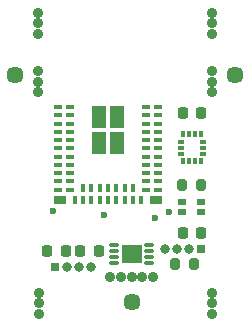
<source format=gts>
G04 This is an RS-274x file exported by *
G04 gerbv version  *
G04 More information is available about gerbv at *
G04 https://gerbv.github.io/ *
G04 --End of header info--*
%MOIN*%
%FSLAX36Y36*%
%IPPOS*%
G04 --Define apertures--*
%AMMACRO10*
4,1,4,0.010827,0.000000,0.010827,0.000000,-0.010827,0.000000,-0.010827,0.000000,0.010827,0.000000,0.000000*
1,1,0.011811,0.010827,0.000000*
1,1,0.011811,0.010827,0.000000*
1,1,0.011811,-0.010827,0.000000*
1,1,0.011811,-0.010827,0.000000*
20,1,0.011811,0.010827,0.000000,0.010827,0.000000,0.000000*
20,1,0.011811,0.010827,0.000000,-0.010827,0.000000,0.000000*
20,1,0.011811,-0.010827,0.000000,-0.010827,0.000000,0.000000*
20,1,0.011811,-0.010827,0.000000,0.010827,0.000000,0.000000*
%
%ADD10MACRO10*%
%ADD11R,0.0689X0.0610*%
%ADD12C,0.0353*%
%AMMACRO13*
4,1,5,-0.011319,0.005906,0.007776,0.005906,0.011319,0.002362,0.011319,-0.005906,-0.011319,-0.005906,-0.011319,0.005906,90.000000*
%
%ADD13MACRO13*%
%ADD14R,0.0118X0.0226*%
%ADD15R,0.0226X0.0118*%
%ADD16C,0.0570*%
%AMMACRO17*
4,1,4,-0.007874,-0.010827,0.007874,-0.010827,0.007874,0.010827,-0.007874,0.010827,-0.007874,-0.010827,0.000000*
1,1,0.015748,-0.007874,-0.010827*
1,1,0.015748,0.007874,-0.010827*
1,1,0.015748,0.007874,0.010827*
1,1,0.015748,-0.007874,0.010827*
20,1,0.015748,-0.007874,-0.010827,0.007874,-0.010827,0.000000*
20,1,0.015748,0.007874,-0.010827,0.007874,0.010827,0.000000*
20,1,0.015748,0.007874,0.010827,-0.007874,0.010827,0.000000*
20,1,0.015748,-0.007874,0.010827,-0.007874,-0.010827,0.000000*
%
%ADD17MACRO17*%
%AMMACRO18*
4,1,4,0.008858,0.009843,-0.008858,0.009843,-0.008858,-0.009843,0.008858,-0.009843,0.008858,0.009843,0.000000*
1,1,0.017717,0.008858,0.009843*
1,1,0.017717,-0.008858,0.009843*
1,1,0.017717,-0.008858,-0.009843*
1,1,0.017717,0.008858,-0.009843*
20,1,0.017717,0.008858,0.009843,-0.008858,0.009843,0.000000*
20,1,0.017717,-0.008858,0.009843,-0.008858,-0.009843,0.000000*
20,1,0.017717,-0.008858,-0.009843,0.008858,-0.009843,0.000000*
20,1,0.017717,0.008858,-0.009843,0.008858,0.009843,0.000000*
%
%ADD18MACRO18*%
%ADD19R,0.0315X0.0217*%
%ADD20R,0.0315X0.0315*%
%ADD21O,0.0315X0.0315*%
%ADD22C,0.0315*%
%AMMACRO23*
4,1,4,0.007874,0.010827,-0.007874,0.010827,-0.007874,-0.010827,0.007874,-0.010827,0.007874,0.010827,0.000000*
1,1,0.015748,0.007874,0.010827*
1,1,0.015748,-0.007874,0.010827*
1,1,0.015748,-0.007874,-0.010827*
1,1,0.015748,0.007874,-0.010827*
20,1,0.015748,0.007874,0.010827,-0.007874,0.010827,0.000000*
20,1,0.015748,-0.007874,0.010827,-0.007874,-0.010827,0.000000*
20,1,0.015748,-0.007874,-0.010827,0.007874,-0.010827,0.000000*
20,1,0.015748,0.007874,-0.010827,0.007874,0.010827,0.000000*
%
%ADD23MACRO23*%
%AMMACRO24*
4,1,4,-0.008858,-0.009843,0.008858,-0.009843,0.008858,0.009843,-0.008858,0.009843,-0.008858,-0.009843,0.000000*
1,1,0.017717,-0.008858,-0.009843*
1,1,0.017717,0.008858,-0.009843*
1,1,0.017717,0.008858,0.009843*
1,1,0.017717,-0.008858,0.009843*
20,1,0.017717,-0.008858,-0.009843,0.008858,-0.009843,0.000000*
20,1,0.017717,0.008858,-0.009843,0.008858,0.009843,0.000000*
20,1,0.017717,0.008858,0.009843,-0.008858,0.009843,0.000000*
20,1,0.017717,-0.008858,0.009843,-0.008858,-0.009843,0.000000*
%
%ADD24MACRO24*%
%ADD25R,0.0276X0.0157*%
%ADD26R,0.0157X0.0276*%
%ADD27R,0.0394X0.0276*%
%ADD28R,0.0492X0.0748*%
%ADD29C,0.0236*%
G04 --Start main section--*
G54D10*
G01X4625000Y-4305118D03*
G01X4625000Y-4324803D03*
G01X4625000Y-4344488D03*
G01X4625000Y-4364173D03*
G01X4743110Y-4364173D03*
G01X4743110Y-4344488D03*
G01X4743110Y-4324803D03*
G01X4743110Y-4305118D03*
G54D11*
G01X4684055Y-4334646D03*
G54D12*
G01X4612992Y-4411417D03*
G01X4683858Y-4411417D03*
G01X4648425Y-4411417D03*
G01X4719291Y-4411417D03*
G01X4754724Y-4411417D03*
G54D13*
G01X4856299Y-4025098D03*
G54D14*
G01X4875984Y-4025098D03*
G01X4895669Y-4025098D03*
G01X4915354Y-4025098D03*
G54D15*
G01X4921752Y-3999016D03*
G01X4921752Y-3979331D03*
G01X4921752Y-3959646D03*
G54D14*
G01X4915354Y-3933563D03*
G01X4895669Y-3933563D03*
G01X4875984Y-3933563D03*
G01X4856299Y-3933563D03*
G54D15*
G01X4849902Y-3959646D03*
G01X4849902Y-3979331D03*
G01X4849902Y-3999016D03*
G54D16*
G01X4685039Y-4494094D03*
G54D17*
G01X4851378Y-4104331D03*
G01X4916339Y-4104331D03*
G54D18*
G01X4916339Y-3862205D03*
G01X4855315Y-3862205D03*
G54D16*
G01X4293307Y-3738189D03*
G54D19*
G01X4916096Y-4159449D03*
G01X4916096Y-4194882D03*
G01X4853104Y-4194882D03*
G01X4853104Y-4159449D03*
G54D12*
G01X4372047Y-3564961D03*
G01X4372047Y-3529528D03*
G01X4372047Y-3600394D03*
G01X4950787Y-3759843D03*
G01X4950787Y-3724409D03*
G01X4950787Y-3795276D03*
G01X4372047Y-3759843D03*
G01X4372047Y-3724409D03*
G01X4372047Y-3795276D03*
G01X4950787Y-3564961D03*
G01X4950787Y-3529528D03*
G01X4950787Y-3600394D03*
G54D20*
G01X4915799Y-4317429D03*
G54D21*
G01X4875799Y-4317429D03*
G01X4835799Y-4317429D03*
G54D22*
G01X4795799Y-4317429D03*
G54D16*
G01X5029528Y-3736220D03*
G54D23*
G01X4892717Y-4368110D03*
G01X4827756Y-4368110D03*
G54D18*
G01X4914370Y-4263780D03*
G01X4853346Y-4263780D03*
G54D12*
G01X4950787Y-4498031D03*
G01X4950787Y-4462598D03*
G01X4950787Y-4533465D03*
G54D20*
G01X4428937Y-4377953D03*
G54D22*
G01X4468937Y-4377953D03*
G01X4508937Y-4377953D03*
G01X4548937Y-4377953D03*
G54D24*
G01X4402559Y-4324803D03*
G01X4463583Y-4324803D03*
G01X4512795Y-4324803D03*
G01X4573819Y-4324803D03*
G54D12*
G01X4374016Y-4498031D03*
G01X4374016Y-4462598D03*
G01X4374016Y-4533465D03*
G54D25*
G01X4437677Y-3844016D03*
G01X4437677Y-3871575D03*
G01X4437677Y-3899134D03*
G01X4437677Y-3926693D03*
G01X4437677Y-3954252D03*
G01X4437677Y-3981811D03*
G01X4437677Y-4009370D03*
G01X4437677Y-4036929D03*
G01X4437677Y-4064488D03*
G01X4437677Y-4092047D03*
G01X4437677Y-4119606D03*
G54D26*
G01X4494764Y-4153071D03*
G01X4522323Y-4153071D03*
G01X4549882Y-4153071D03*
G01X4577441Y-4153071D03*
G01X4605000Y-4153071D03*
G01X4632559Y-4153071D03*
G01X4660118Y-4153071D03*
G01X4687677Y-4153071D03*
G01X4715236Y-4153071D03*
G54D25*
G01X4772323Y-4119606D03*
G01X4772323Y-4092047D03*
G01X4772323Y-4064488D03*
G01X4772323Y-4036929D03*
G01X4772323Y-4009370D03*
G01X4772323Y-3981811D03*
G01X4772323Y-3954252D03*
G01X4772323Y-3926693D03*
G01X4772323Y-3899134D03*
G01X4772323Y-3871575D03*
G01X4772323Y-3844016D03*
G01X4477047Y-3844016D03*
G01X4477047Y-3871575D03*
G01X4477047Y-3899134D03*
G01X4477047Y-3926693D03*
G01X4477047Y-3954252D03*
G01X4477047Y-3981811D03*
G01X4477047Y-4009370D03*
G01X4477047Y-4036929D03*
G01X4477047Y-4064488D03*
G01X4477047Y-4092047D03*
G01X4477047Y-4119606D03*
G54D26*
G01X4522323Y-4113701D03*
G01X4549882Y-4113701D03*
G01X4577441Y-4113701D03*
G01X4605000Y-4113701D03*
G01X4632559Y-4113701D03*
G01X4660118Y-4113701D03*
G01X4687677Y-4113701D03*
G54D25*
G01X4732953Y-4119606D03*
G01X4732953Y-4092047D03*
G01X4732953Y-4064488D03*
G01X4732953Y-4036929D03*
G01X4732953Y-4009370D03*
G01X4732953Y-3981811D03*
G01X4732953Y-3954252D03*
G01X4732953Y-3926693D03*
G01X4732953Y-3899134D03*
G01X4732953Y-3871575D03*
G01X4732953Y-3844016D03*
G54D27*
G01X4443583Y-4153071D03*
G01X4766417Y-4153071D03*
G54D28*
G01X4574685Y-3964094D03*
G01X4574685Y-3877480D03*
G01X4635709Y-3877480D03*
G01X4635709Y-3964094D03*
G54D29*
G01X4421260Y-4190945D03*
G01X4592520Y-4202756D03*
G01X4807087Y-4192913D03*
G01X4761811Y-4214567D03*
G01X4666142Y-4320079D03*
G01X4574070Y-3965000D03*
G01X4636000Y-3878000D03*
G01X4573000Y-3879000D03*
G01X4699466Y-4350140D03*
G01X4635000Y-3964000D03*
M02*

</source>
